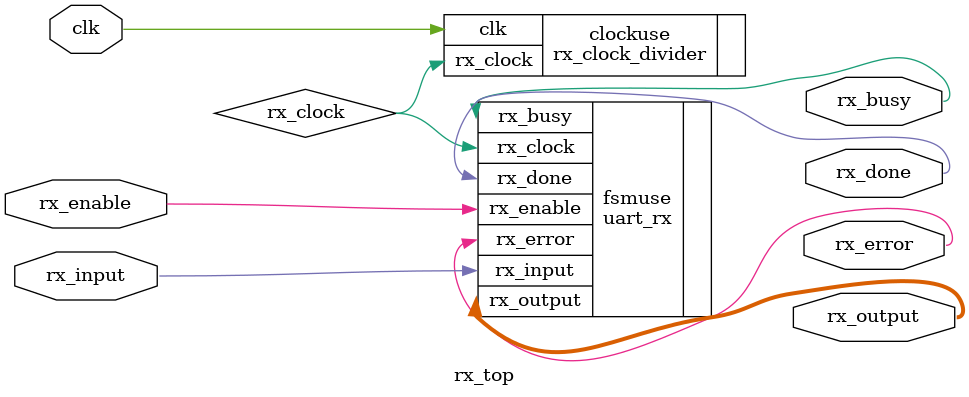
<source format=v>


module rx_top
 // these are parameter from rx_clock can be over written from here 
 #(parameter system_clock = 25000000 ,// Fpga or system oscillator frequency 
   parameter rx_baudrate = 9600 , // define the input baud rate 
   parameter rx_sampling_rate =  16 ) // no of samples for input bit 

   (input rx_input, 
     //rx_clock, // will define this as wire as have the same keword for the output also)
    input rx_enable,
    output rx_done,
    output rx_busy,
    output rx_error,
    output [7:0] rx_output ,

    // from rx_clock
    input clk // system closk frequency input 
    // output reg rx_clock // required output clock frequnecy ;
   );

wire rx_clock; // this wire is for connecting the boaud rate clock 

// intiance of the clock
rx_clock_divider #(.system_clock(system_clock),
            .rx_baudrate(rx_baudrate),
            .rx_sampling_rate(rx_sampling_rate))
    clockuse (.clk(clk),
            .rx_clock(rx_clock));

uart_rx fsmuse (.rx_input(rx_input),
               .rx_clock(rx_clock),
               .rx_enable(rx_enable),
               .rx_done(rx_done),
               .rx_busy(rx_busy),
               .rx_error(rx_error),
               .rx_output(rx_output)); 


endmodule
</source>
